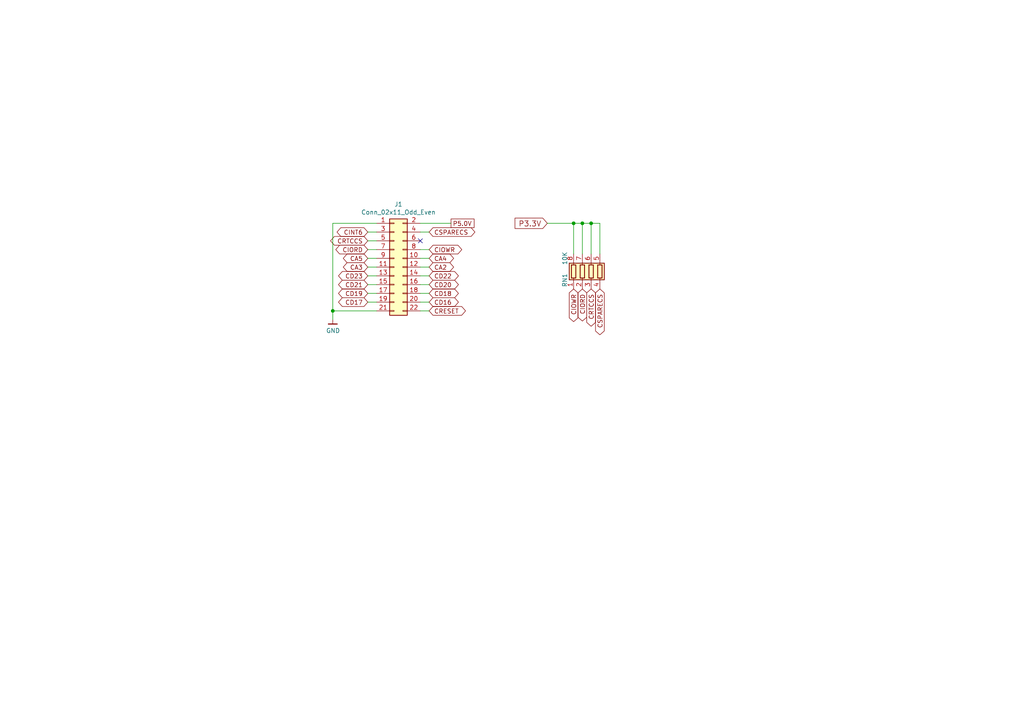
<source format=kicad_sch>
(kicad_sch (version 20211123) (generator eeschema)
  (paper "A4")
  (lib_symbols
    (symbol "Connector_Generic:Conn_02x11_Odd_Even" (pin_names (offset 1.016) hide)
      (property "Reference" "J" (at 1.27 15.24 0))
      (property "Value" "Conn_02x11_Odd_Even" (at 1.27 -15.24 0))
      (symbol "Conn_02x11_Odd_Even_1_1"
        (rectangle (start -1.27 -12.573) (end 0 -12.827) (stroke (width 0.1524)))
        (rectangle (start -1.27 -10.033) (end 0 -10.287) (stroke (width 0.1524)))
        (rectangle (start -1.27 -7.493) (end 0 -7.747) (stroke (width 0.1524)))
        (rectangle (start -1.27 -4.953) (end 0 -5.207) (stroke (width 0.1524)))
        (rectangle (start -1.27 -2.413) (end 0 -2.667) (stroke (width 0.1524)))
        (rectangle (start -1.27 0.127) (end 0 -0.127) (stroke (width 0.1524)))
        (rectangle (start -1.27 2.667) (end 0 2.413) (stroke (width 0.1524)))
        (rectangle (start -1.27 5.207) (end 0 4.953) (stroke (width 0.1524)))
        (rectangle (start -1.27 7.747) (end 0 7.493) (stroke (width 0.1524)))
        (rectangle (start -1.27 10.287) (end 0 10.033) (stroke (width 0.1524)))
        (rectangle (start -1.27 12.827) (end 0 12.573) (stroke (width 0.1524)))
        (rectangle (start -1.27 13.97) (end 3.81 -13.97) (stroke (width 0.254)) (fill (type background)))
        (rectangle (start 3.81 -12.573) (end 2.54 -12.827) (stroke (width 0.1524)))
        (rectangle (start 3.81 -10.033) (end 2.54 -10.287) (stroke (width 0.1524)))
        (rectangle (start 3.81 -7.493) (end 2.54 -7.747) (stroke (width 0.1524)))
        (rectangle (start 3.81 -4.953) (end 2.54 -5.207) (stroke (width 0.1524)))
        (rectangle (start 3.81 -2.413) (end 2.54 -2.667) (stroke (width 0.1524)))
        (rectangle (start 3.81 0.127) (end 2.54 -0.127) (stroke (width 0.1524)))
        (rectangle (start 3.81 2.667) (end 2.54 2.413) (stroke (width 0.1524)))
        (rectangle (start 3.81 5.207) (end 2.54 4.953) (stroke (width 0.1524)))
        (rectangle (start 3.81 7.747) (end 2.54 7.493) (stroke (width 0.1524)))
        (rectangle (start 3.81 10.287) (end 2.54 10.033) (stroke (width 0.1524)))
        (rectangle (start 3.81 12.827) (end 2.54 12.573) (stroke (width 0.1524)))
        (pin passive line (at -5.08 12.7 0) (length 3.81) (name "Pin_1") (number "1"))
        (pin passive line (at 7.62 2.54 180) (length 3.81) (name "Pin_10") (number "10"))
        (pin passive line (at -5.08 0 0) (length 3.81) (name "Pin_11") (number "11"))
        (pin passive line (at 7.62 0 180) (length 3.81) (name "Pin_12") (number "12"))
        (pin passive line (at -5.08 -2.54 0) (length 3.81) (name "Pin_13") (number "13"))
        (pin passive line (at 7.62 -2.54 180) (length 3.81) (name "Pin_14") (number "14"))
        (pin passive line (at -5.08 -5.08 0) (length 3.81) (name "Pin_15") (number "15"))
        (pin passive line (at 7.62 -5.08 180) (length 3.81) (name "Pin_16") (number "16"))
        (pin passive line (at -5.08 -7.62 0) (length 3.81) (name "Pin_17") (number "17"))
        (pin passive line (at 7.62 -7.62 180) (length 3.81) (name "Pin_18") (number "18"))
        (pin passive line (at -5.08 -10.16 0) (length 3.81) (name "Pin_19") (number "19"))
        (pin passive line (at 7.62 12.7 180) (length 3.81) (name "Pin_2") (number "2"))
        (pin passive line (at 7.62 -10.16 180) (length 3.81) (name "Pin_20") (number "20"))
        (pin passive line (at -5.08 -12.7 0) (length 3.81) (name "Pin_21") (number "21"))
        (pin passive line (at 7.62 -12.7 180) (length 3.81) (name "Pin_22") (number "22"))
        (pin passive line (at -5.08 10.16 0) (length 3.81) (name "Pin_3") (number "3"))
        (pin passive line (at 7.62 10.16 180) (length 3.81) (name "Pin_4") (number "4"))
        (pin passive line (at -5.08 7.62 0) (length 3.81) (name "Pin_5") (number "5"))
        (pin passive line (at 7.62 7.62 180) (length 3.81) (name "Pin_6") (number "6"))
        (pin passive line (at -5.08 5.08 0) (length 3.81) (name "Pin_7") (number "7"))
        (pin passive line (at 7.62 5.08 180) (length 3.81) (name "Pin_8") (number "8"))
        (pin passive line (at -5.08 2.54 0) (length 3.81) (name "Pin_9") (number "9"))
      )
    )
    (symbol "Device:R_Pack04" (pin_names (offset 0) hide)
      (property "Reference" "RN" (at -7.62 0 90))
      (property "Value" "R_Pack04" (at 5.08 0 90))
      (symbol "R_Pack04_0_1"
        (rectangle (start -6.35 -2.413) (end 3.81 2.413) (stroke (width 0.254)) (fill (type background)))
        (rectangle (start -5.715 1.905) (end -4.445 -1.905) (stroke (width 0.254)))
        (rectangle (start -3.175 1.905) (end -1.905 -1.905) (stroke (width 0.254)))
        (rectangle (start -0.635 1.905) (end 0.635 -1.905) (stroke (width 0.254)))
        (polyline (pts (xy -5.08 -2.54) (xy -5.08 -1.905)))
        (polyline (pts (xy -5.08 1.905) (xy -5.08 2.54)))
        (polyline (pts (xy -2.54 -2.54) (xy -2.54 -1.905)))
        (polyline (pts (xy -2.54 1.905) (xy -2.54 2.54)))
        (polyline (pts (xy 0 -2.54) (xy 0 -1.905)))
        (polyline (pts (xy 0 1.905) (xy 0 2.54)))
        (polyline (pts (xy 2.54 -2.54) (xy 2.54 -1.905)))
        (polyline (pts (xy 2.54 1.905) (xy 2.54 2.54)))
        (rectangle (start 1.905 1.905) (end 3.175 -1.905) (stroke (width 0.254)))
      )
      (symbol "R_Pack04_1_1"
        (pin passive line (at -5.08 -5.08 90) (length 2.54) (name "R1.1") (number "1"))
        (pin passive line (at -2.54 -5.08 90) (length 2.54) (name "R2.1") (number "2"))
        (pin passive line (at 0 -5.08 90) (length 2.54) (name "R3.1") (number "3"))
        (pin passive line (at 2.54 -5.08 90) (length 2.54) (name "R4.1") (number "4"))
        (pin passive line (at 2.54 5.08 270) (length 2.54) (name "R4.2") (number "5"))
        (pin passive line (at 0 5.08 270) (length 2.54) (name "R3.2") (number "6"))
        (pin passive line (at -2.54 5.08 270) (length 2.54) (name "R2.2") (number "7"))
        (pin passive line (at -5.08 5.08 270) (length 2.54) (name "R1.2") (number "8"))
      )
    )
    (symbol "gkl_power:GND" (power) (pin_names (offset 0))
      (property "Value" "GND" (at 0 -2.54 0))
      (symbol "GND_0_1"
        (polyline (pts (xy 0 -1.27) (xy 0 0)))
        (polyline (pts (xy 1.27 -1.27) (xy -1.27 -1.27)) (stroke (width 0.3048)))
      )
      (symbol "GND_1_1"
        (pin power_in line (at 0 0 270) (length 0) hide (name "GND") (number "1"))
      )
    )
  )
  (junction (at 168.91 64.77))
  (junction (at 171.45 64.77))
  (junction (at 166.37 64.77))
  (junction (at 96.52 90.17))
  (no_connect (at 121.92 69.85))
  (wire (pts (xy 168.91 64.77) (xy 168.91 73.66)))
  (wire (pts (xy 109.22 64.77) (xy 96.52 64.77)))
  (wire (pts (xy 171.45 64.77) (xy 173.99 64.77)))
  (wire (pts (xy 173.99 64.77) (xy 173.99 73.66)))
  (wire (pts (xy 121.92 77.47) (xy 124.46 77.47)))
  (wire (pts (xy 106.68 74.93) (xy 109.22 74.93)))
  (wire (pts (xy 106.68 82.55) (xy 109.22 82.55)))
  (wire (pts (xy 130.81 64.77) (xy 121.92 64.77)))
  (wire (pts (xy 109.22 80.01) (xy 106.68 80.01)))
  (wire (pts (xy 121.92 90.17) (xy 124.46 90.17)))
  (wire (pts (xy 106.68 72.39) (xy 109.22 72.39)))
  (wire (pts (xy 106.68 67.31) (xy 109.22 67.31)))
  (wire (pts (xy 109.22 90.17) (xy 96.52 90.17)))
  (wire (pts (xy 166.37 64.77) (xy 166.37 73.66)))
  (wire (pts (xy 121.92 85.09) (xy 124.46 85.09)))
  (wire (pts (xy 106.68 87.63) (xy 109.22 87.63)))
  (wire (pts (xy 106.68 85.09) (xy 109.22 85.09)))
  (wire (pts (xy 121.92 72.39) (xy 124.46 72.39)))
  (wire (pts (xy 106.68 69.85) (xy 109.22 69.85)))
  (wire (pts (xy 121.92 82.55) (xy 124.46 82.55)))
  (wire (pts (xy 106.68 77.47) (xy 109.22 77.47)))
  (wire (pts (xy 158.75 64.77) (xy 166.37 64.77)))
  (wire (pts (xy 121.92 87.63) (xy 124.46 87.63)))
  (wire (pts (xy 96.52 64.77) (xy 96.52 90.17)))
  (wire (pts (xy 171.45 64.77) (xy 171.45 73.66)))
  (wire (pts (xy 96.52 90.17) (xy 96.52 92.71)))
  (wire (pts (xy 121.92 80.01) (xy 124.46 80.01)))
  (wire (pts (xy 166.37 64.77) (xy 168.91 64.77)))
  (wire (pts (xy 168.91 64.77) (xy 171.45 64.77)))
  (wire (pts (xy 121.92 74.93) (xy 124.46 74.93)))
  (wire (pts (xy 121.92 67.31) (xy 124.46 67.31)))
  (global_label "CD18" (shape bidirectional) (at 124.46 85.09 0) (property "Intersheet References" "${INTERSHEET_REFS}" (effects hide)))
  (global_label "CD20" (shape bidirectional) (at 124.46 82.55 0) (property "Intersheet References" "${INTERSHEET_REFS}" (effects hide)))
  (global_label "CD22" (shape bidirectional) (at 124.46 80.01 0) (property "Intersheet References" "${INTERSHEET_REFS}" (effects hide)))
  (global_label "CRESET" (shape bidirectional) (at 124.46 90.17 0) (property "Intersheet References" "${INTERSHEET_REFS}" (effects hide)))
  (global_label "CA2" (shape bidirectional) (at 124.46 77.47 0) (property "Intersheet References" "${INTERSHEET_REFS}" (effects hide)))
  (global_label "CIOWR" (shape bidirectional) (at 124.46 72.39 0) (property "Intersheet References" "${INTERSHEET_REFS}" (effects hide)))
  (global_label "CD23" (shape bidirectional) (at 106.68 80.01 180) (property "Intersheet References" "${INTERSHEET_REFS}" (effects hide)))
  (global_label "P5.0V" (shape passive) (at 130.81 64.77 0) (property "Intersheet References" "${INTERSHEET_REFS}" (effects hide)))
  (global_label "CINT6" (shape bidirectional) (at 106.68 67.31 180) (property "Intersheet References" "${INTERSHEET_REFS}" (effects hide)))
  (global_label "CRTCCS" (shape bidirectional) (at 106.68 69.85 180) (property "Intersheet References" "${INTERSHEET_REFS}" (effects hide)))
  (global_label "CSPARECS" (shape bidirectional) (at 124.46 67.31 0) (property "Intersheet References" "${INTERSHEET_REFS}" (effects hide)))
  (global_label "CSPARECS" (shape bidirectional) (at 173.99 83.82 270) (property "Intersheet References" "${INTERSHEET_REFS}" (effects hide)))
  (global_label "CIOWR" (shape bidirectional) (at 166.37 83.82 270) (property "Intersheet References" "${INTERSHEET_REFS}" (effects hide)))
  (global_label "P3.3V" (shape input) (at 158.75 64.77 180) (effects (font (size 1.524 1.524))) (property "Intersheet References" "${INTERSHEET_REFS}" (effects hide)))
  (global_label "CD21" (shape bidirectional) (at 106.68 82.55 180) (property "Intersheet References" "${INTERSHEET_REFS}" (effects hide)))
  (global_label "CD19" (shape bidirectional) (at 106.68 85.09 180) (property "Intersheet References" "${INTERSHEET_REFS}" (effects hide)))
  (global_label "CA3" (shape bidirectional) (at 106.68 77.47 180) (property "Intersheet References" "${INTERSHEET_REFS}" (effects hide)))
  (global_label "CRTCCS" (shape bidirectional) (at 171.45 83.82 270) (property "Intersheet References" "${INTERSHEET_REFS}" (effects hide)))
  (global_label "CD16" (shape bidirectional) (at 124.46 87.63 0) (property "Intersheet References" "${INTERSHEET_REFS}" (effects hide)))
  (global_label "CIORD" (shape bidirectional) (at 168.91 83.82 270) (property "Intersheet References" "${INTERSHEET_REFS}" (effects hide)))
  (global_label "CA5" (shape bidirectional) (at 106.68 74.93 180) (property "Intersheet References" "${INTERSHEET_REFS}" (effects hide)))
  (global_label "CIORD" (shape bidirectional) (at 106.68 72.39 180) (property "Intersheet References" "${INTERSHEET_REFS}" (effects hide)))
  (global_label "CD17" (shape bidirectional) (at 106.68 87.63 180) (property "Intersheet References" "${INTERSHEET_REFS}" (effects hide)))
  (global_label "CA4" (shape bidirectional) (at 124.46 74.93 0) (property "Intersheet References" "${INTERSHEET_REFS}" (effects hide)))
  (symbol (lib_id "Connector_Generic:Conn_02x11_Odd_Even") (at 114.3 77.47 0) (unit 1)
    (property "Reference" "J1" (at 115.57 59.2582 0))
    (property "Value" "Conn_02x11_Odd_Even" (at 115.57 61.5696 0))
    (property "Footprint" "Connector_PinHeader_2.00mm:PinHeader_2x11_P2.00mm_Vertical" (effects hide))
    (property "Datasheet" "https://www.mouser.se/datasheet/2/527/tmm_th-1535653.pdf" (effects hide))
    (property "Mfg" "Samtec" (effects hide))
    (property "Mouser Part No" "200-TMM11103GD" (effects hide))
    (property "PN" "TMM-111-03-G-D" (effects hide))
    (property "Pricing (EUR)" "3,43" (effects hide))
  )
  (symbol (lib_id "Device:R_Pack04") (at 171.45 78.74 0) (unit 1)
    (property "Reference" "RN1" (at 163.83 81.28 90))
    (property "Value" "10K" (at 163.83 74.93 90))
    (property "Footprint" "Resistor_SMD:R_Array_Convex_4x0402" (effects hide))
    (property "PN" "EXB-28V103JX" (effects hide))
    (property "Mfg" "Panasonic" (effects hide))
    (property "Mouser Part No" "667-EXB-28V103JX" (effects hide))
    (property "Pricing (EUR)" "0,09" (effects hide))
  )
  (symbol (lib_id "gkl_power:GND") (at 96.52 92.71 0) (unit 1)
    (property "Reference" "#PWR0114" (effects hide))
    (property "Value" "GND" (at 96.5962 95.9104 0))
  )
)
</source>
